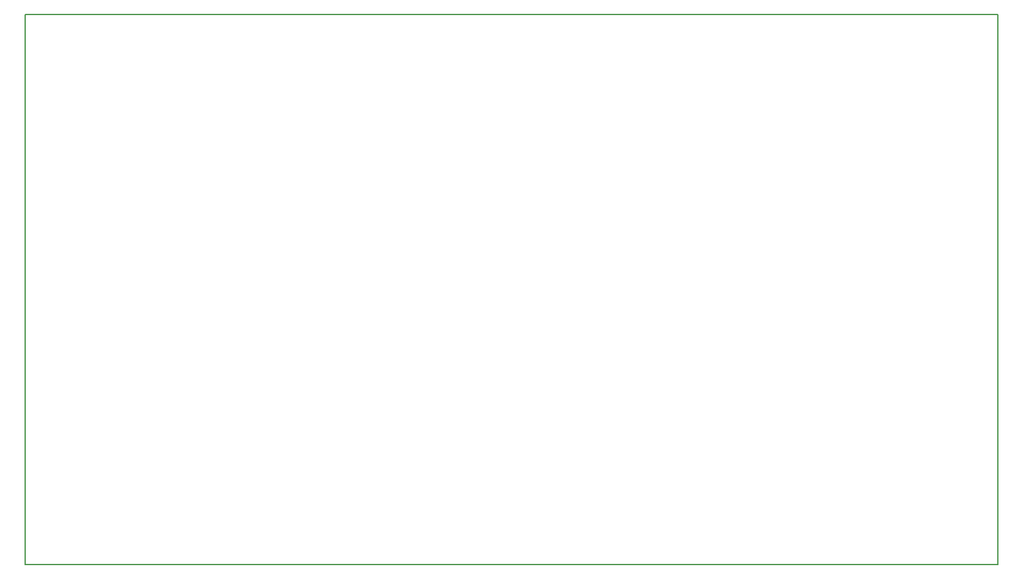
<source format=gbr>
G04 PROTEUS GERBER X2 FILE*
%TF.GenerationSoftware,Labcenter,Proteus,8.8-SP0-Build26547*%
%TF.CreationDate,2024-06-03T23:11:47+00:00*%
%TF.FileFunction,NonPlated,1,2,NPTH*%
%TF.FilePolarity,Positive*%
%TF.Part,Single*%
%TF.SameCoordinates,{21ee4477-aff3-40fb-9ee6-804b83d108f7}*%
%FSLAX45Y45*%
%MOMM*%
G01*
%TA.AperFunction,Profile*%
%ADD16C,0.203200*%
%TD.AperFunction*%
D16*
X+950000Y-11941956D02*
X+14050000Y-11941956D01*
X+14050000Y-4541956D01*
X+950000Y-4541956D01*
X+950000Y-11941956D01*
M02*

</source>
